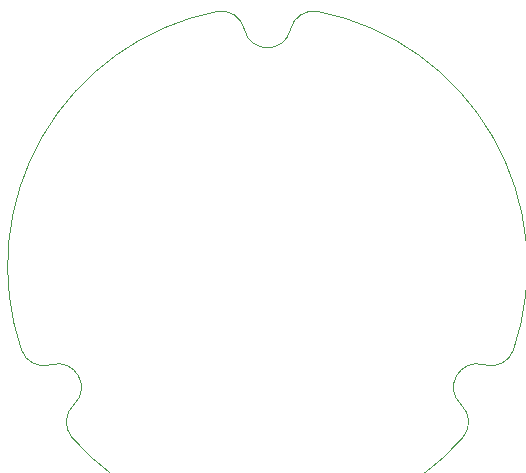
<source format=gm1>
G04*
G04 #@! TF.GenerationSoftware,Altium Limited,Altium Designer,20.0.13 (296)*
G04*
G04 Layer_Color=16711935*
%FSLAX25Y25*%
%MOIN*%
G70*
G01*
G75*
%ADD107C,0.00050*%
D107*
X-65123Y-57105D02*
G03*
X65121Y-57105I65122J57106D01*
G01*
X82016Y-27843D02*
G03*
X16894Y84951I-82016J27844D01*
G01*
X-16895D02*
G03*
X-82017Y-27843I16894J-84951D01*
G01*
X72227Y-32833D02*
G03*
X64548Y-46134I-2332J-7521D01*
G01*
X-64550D02*
G03*
X-72229Y-32833I-5347J5780D01*
G01*
X-7680Y78969D02*
G03*
X7678Y78969I7679J1740D01*
G01*
X72227Y-32833D02*
G03*
X82016Y-27843I2332J7521D01*
G01*
X65121Y-57105D02*
G03*
X64548Y-46134I-5920J5192D01*
G01*
X-64550D02*
G03*
X-65123Y-57105I5347J-5780D01*
G01*
X-82017Y-27843D02*
G03*
X-72229Y-32833I7456J2531D01*
G01*
X-7680Y78969D02*
G03*
X-16895Y84951I-7679J-1740D01*
G01*
X16894D02*
G03*
X7678Y78969I-1536J-7723D01*
G01*
M02*

</source>
